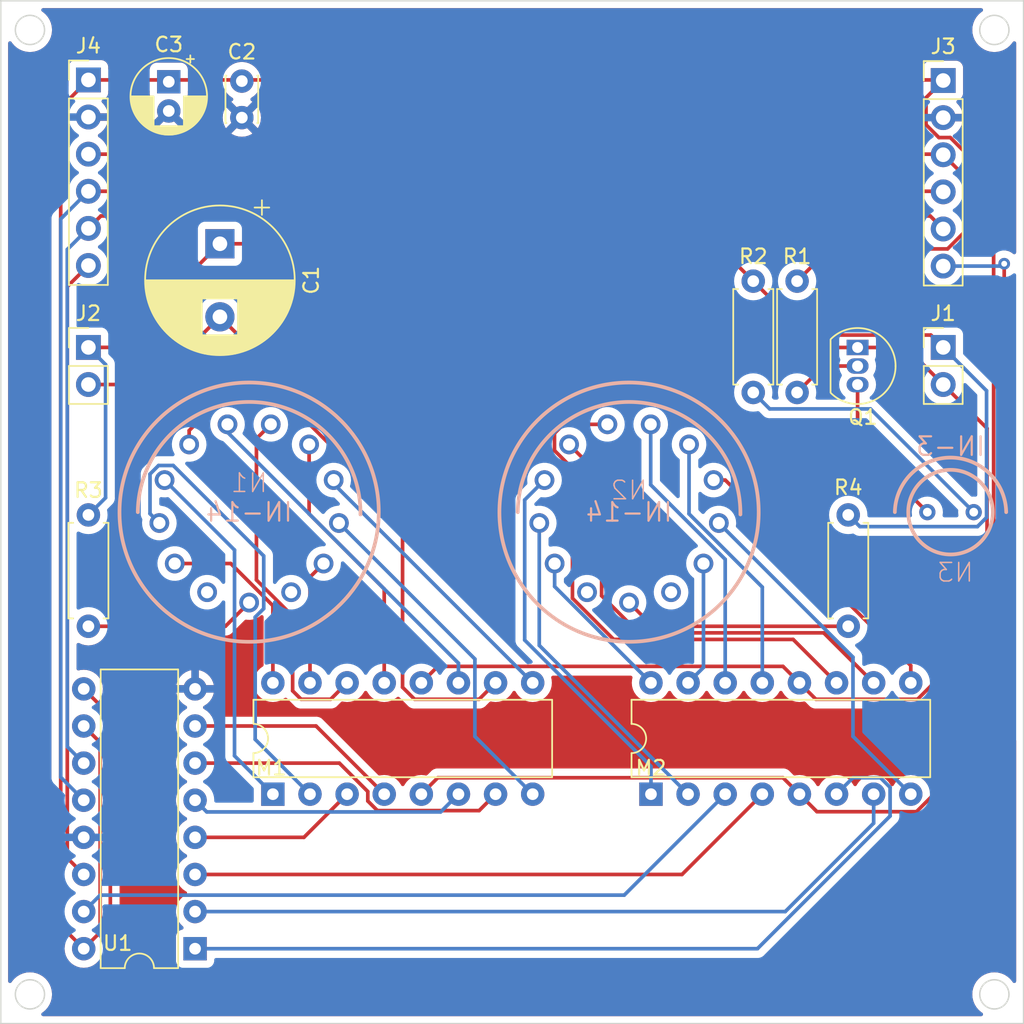
<source format=kicad_pcb>
(kicad_pcb (version 20211014) (generator pcbnew)
  (title_block (title "Nixie Clock 2 Digit IN-14 Panel") (date "2022-12-21") (rev "1.0"))
  (layers (0 "F.Cu" signal) (31 "B.Cu" signal) (34 "B.Paste" user) (35 "F.Paste" user) (36 "B.SilkS" user "B.Silkscreen") (37 "F.SilkS" user "F.Silkscreen") (38 "B.Mask" user) (39 "F.Mask" user) (44 "Edge.Cuts" user))
  (net 0 "")
  (net 1 "+180V")
  (net 2 "GND1")
  (net 3 "GND")
  (net 4 "VCC")
  (net 5 "/NBLB{slash}INS1{slash}IN3")
  (net 6 "/RCLK")
  (net 7 "/SRCLK")
  (net 8 "/SEROUT")
  (net 9 "/SERIN")
  (net 10 "Net-(M1-Pad1)")
  (net 11 "Net-(M1-Pad2)")
  (net 12 "/QE")
  (net 13 "/QH")
  (net 14 "/QF")
  (net 15 "/QG")
  (net 16 "Net-(M1-Pad8)")
  (net 17 "Net-(M1-Pad9)")
  (net 18 "Net-(M1-Pad10)")
  (net 19 "Net-(M1-Pad11)")
  (net 20 "Net-(M1-Pad13)")
  (net 21 "Net-(M1-Pad14)")
  (net 22 "Net-(M1-Pad15)")
  (net 23 "Net-(M1-Pad16)")
  (net 24 "Net-(M2-Pad1)")
  (net 25 "Net-(M2-Pad2)")
  (net 26 "/QA")
  (net 27 "/QD")
  (net 28 "/QB")
  (net 29 "/QC")
  (net 30 "Net-(M2-Pad8)")
  (net 31 "Net-(M2-Pad9)")
  (net 32 "Net-(M2-Pad10)")
  (net 33 "Net-(M2-Pad11)")
  (net 34 "Net-(M2-Pad13)")
  (net 35 "Net-(M2-Pad14)")
  (net 36 "Net-(M2-Pad15)")
  (net 37 "Net-(M2-Pad16)")
  (net 40 "Net-(N1-PadA)")
  (net 43 "Net-(N2-PadA)")
  (net 44 "Net-(N3-PadK)")
  (net 45 "Net-(N3-PadA)")
  (net 46 "Net-(Q1-Pad2)")
  (footprint "Resistor_THT:R_Axial_DIN0207_L6.3mm_D2.5mm_P7.62mm_Horizontal" (layer "F.Cu") (at 163 112.81 90)
    (fp_text reference "R4" (at 9.5 0) (layer "F.SilkS"))
    (fp_text value "15k")
    (pad "1" thru_hole circle (at 0 0 90) (size 1.6 1.6) (drill 0.8) (layers *.Cu *.Mask) (net 43 "Net-(N2-PadA)"))
    (pad "2" thru_hole oval (at 7.62 0 90) (size 1.6 1.6) (drill 0.8) (layers *.Cu *.Mask) (net 1 "+180V"))
  )
  (footprint "Connector_PinHeader_2.54mm:PinHeader_1x02_P2.54mm_Vertical" (layer "F.Cu") (at 111 93.725)
    (fp_text reference "J2" (at 0 -2.33) (layer "F.SilkS"))
    (fp_text value "HV IN")
    (pad "1" thru_hole rect (at 0 0) (size 1.7 1.7) (drill 1) (layers *.Cu *.Mask) (net 1 "+180V"))
    (pad "2" thru_hole oval (at 0 2.54) (size 1.7 1.7) (drill 1) (layers *.Cu *.Mask) (net 2 "GND1"))
  )
  (footprint "Package_DIP:DIP-16_W7.62mm" (layer "F.Cu") (at 118.3 134.875 180)
    (fp_text reference "U1" (at 5.3 0.375 180) (layer "F.SilkS"))
    (fp_text value "74HC595")
    (pad "1" thru_hole rect (at 0 0 180) (size 1.6 1.6) (drill 0.8) (layers *.Cu *.Mask) (net 28 "/QB"))
    (pad "2" thru_hole oval (at 0 2.54 180) (size 1.6 1.6) (drill 0.8) (layers *.Cu *.Mask) (net 29 "/QC"))
    (pad "3" thru_hole oval (at 0 5.08 180) (size 1.6 1.6) (drill 0.8) (layers *.Cu *.Mask) (net 27 "/QD"))
    (pad "4" thru_hole oval (at 0 7.62 180) (size 1.6 1.6) (drill 0.8) (layers *.Cu *.Mask) (net 12 "/QE"))
    (pad "5" thru_hole oval (at 0 10.16 180) (size 1.6 1.6) (drill 0.8) (layers *.Cu *.Mask) (net 14 "/QF"))
    (pad "6" thru_hole oval (at 0 12.7 180) (size 1.6 1.6) (drill 0.8) (layers *.Cu *.Mask) (net 15 "/QG"))
    (pad "7" thru_hole oval (at 0 15.24 180) (size 1.6 1.6) (drill 0.8) (layers *.Cu *.Mask) (net 13 "/QH"))
    (pad "8" thru_hole oval (at 0 17.78 180) (size 1.6 1.6) (drill 0.8) (layers *.Cu *.Mask) (net 3 "GND"))
    (pad "9" thru_hole oval (at 7.62 17.78 180) (size 1.6 1.6) (drill 0.8) (layers *.Cu *.Mask) (net 8 "/SEROUT"))
    (pad "10" thru_hole oval (at 7.62 15.24 180) (size 1.6 1.6) (drill 0.8) (layers *.Cu *.Mask) (net 4 "VCC"))
    (pad "11" thru_hole oval (at 7.62 12.7 180) (size 1.6 1.6) (drill 0.8) (layers *.Cu *.Mask) (net 7 "/SRCLK"))
    (pad "12" thru_hole oval (at 7.62 10.16 180) (size 1.6 1.6) (drill 0.8) (layers *.Cu *.Mask) (net 6 "/RCLK"))
    (pad "13" thru_hole oval (at 7.62 7.62 180) (size 1.6 1.6) (drill 0.8) (layers *.Cu *.Mask) (net 3 "GND"))
    (pad "14" thru_hole oval (at 7.62 5.08 180) (size 1.6 1.6) (drill 0.8) (layers *.Cu *.Mask) (net 9 "/SERIN"))
    (pad "15" thru_hole oval (at 7.62 2.54 180) (size 1.6 1.6) (drill 0.8) (layers *.Cu *.Mask) (net 26 "/QA"))
    (pad "16" thru_hole oval (at 7.62 0 180) (size 1.6 1.6) (drill 0.8) (layers *.Cu *.Mask) (net 4 "VCC"))
  )
  (footprint "Package_TO_SOT_THT:TO-92_Inline" (layer "F.Cu") (at 163.64 93.73 -90)
    (fp_text reference "Q1" (at 4.77 -0.36) (layer "F.SilkS"))
    (fp_text value "MPSA42")
    (pad "1" thru_hole rect (at 0 0 270) (size 1.05 1.5) (drill 0.75) (layers *.Cu *.Mask) (net 2 "GND1"))
    (pad "2" thru_hole oval (at 1.27 0 270) (size 1.05 1.5) (drill 0.75) (layers *.Cu *.Mask) (net 46 "Net-(Q1-Pad2)"))
    (pad "3" thru_hole oval (at 2.54 0 270) (size 1.05 1.5) (drill 0.75) (layers *.Cu *.Mask) (net 44 "Net-(N3-PadK)"))
  )
  (footprint "Capacitor_THT:CP_Radial_D10.0mm_P5.00mm" (layer "F.Cu") (at 120 86.632323 -90)
    (fp_text reference "C1" (at 2.5 -6.25 90) (layer "F.SilkS"))
    (fp_text value "10uF")
    (pad "1" thru_hole rect (at 0 0 270) (size 2 2) (drill 1) (layers *.Cu *.Mask) (net 1 "+180V"))
    (pad "2" thru_hole circle (at 5 0 270) (size 2 2) (drill 1) (layers *.Cu *.Mask) (net 2 "GND1"))
  )
  (footprint "Connector_PinHeader_2.54mm:PinHeader_1x06_P2.54mm_Vertical" (layer "F.Cu") (at 169.5 75.46)
    (fp_text reference "J3" (at 0 -2.33) (layer "F.SilkS"))
    (fp_text value "MCUOUT")
    (pad "1" thru_hole rect (at 0 0) (size 1.7 1.7) (drill 1) (layers *.Cu *.Mask) (net 4 "VCC"))
    (pad "2" thru_hole oval (at 0 2.54) (size 1.7 1.7) (drill 1) (layers *.Cu *.Mask) (net 3 "GND"))
    (pad "3" thru_hole oval (at 0 5.08) (size 1.7 1.7) (drill 1) (layers *.Cu *.Mask) (net 5 "/NBLB{slash}INS1{slash}IN3"))
    (pad "4" thru_hole oval (at 0 7.62) (size 1.7 1.7) (drill 1) (layers *.Cu *.Mask) (net 6 "/RCLK"))
    (pad "5" thru_hole oval (at 0 10.16) (size 1.7 1.7) (drill 1) (layers *.Cu *.Mask) (net 7 "/SRCLK"))
    (pad "6" thru_hole oval (at 0 12.7) (size 1.7 1.7) (drill 1) (layers *.Cu *.Mask) (net 8 "/SEROUT"))
  )
  (footprint "Capacitor_THT:C_Disc_D3.0mm_W2.0mm_P2.50mm" (layer "F.Cu") (at 121.5 78 90)
    (fp_text reference "C2" (at 4.5 0 180) (layer "F.SilkS"))
    (fp_text value "100nF")
    (pad "1" thru_hole circle (at 0 0 90) (size 1.6 1.6) (drill 0.8) (layers *.Cu *.Mask) (net 3 "GND"))
    (pad "2" thru_hole circle (at 2.5 0 90) (size 1.6 1.6) (drill 0.8) (layers *.Cu *.Mask) (net 4 "VCC"))
  )
  (footprint "Resistor_THT:R_Axial_DIN0207_L6.3mm_D2.5mm_P7.62mm_Horizontal" (layer "F.Cu") (at 159.5 89.19 -90)
    (fp_text reference "R1" (at -1.69 0 180) (layer "F.SilkS"))
    (fp_text value "4k7")
    (pad "1" thru_hole circle (at 0 0 270) (size 1.6 1.6) (drill 0.8) (layers *.Cu *.Mask) (net 5 "/NBLB{slash}INS1{slash}IN3"))
    (pad "2" thru_hole oval (at 7.62 0 270) (size 1.6 1.6) (drill 0.8) (layers *.Cu *.Mask) (net 46 "Net-(Q1-Pad2)"))
  )
  (footprint "Resistor_THT:R_Axial_DIN0207_L6.3mm_D2.5mm_P7.62mm_Horizontal" (layer "F.Cu") (at 156.5 89.19 -90)
    (fp_text reference "R2" (at -1.69 0 180) (layer "F.SilkS"))
    (fp_text value "270k")
    (pad "1" thru_hole circle (at 0 0 270) (size 1.6 1.6) (drill 0.8) (layers *.Cu *.Mask) (net 1 "+180V"))
    (pad "2" thru_hole oval (at 7.62 0 270) (size 1.6 1.6) (drill 0.8) (layers *.Cu *.Mask) (net 45 "Net-(N3-PadA)"))
  )
  (footprint "Connector_PinHeader_2.54mm:PinHeader_1x06_P2.54mm_Vertical" (layer "F.Cu") (at 111 75.42)
    (fp_text reference "J4" (at 0 -2.33) (layer "F.SilkS"))
    (fp_text value "MCUIN")
    (pad "1" thru_hole rect (at 0 0) (size 1.7 1.7) (drill 1) (layers *.Cu *.Mask) (net 4 "VCC"))
    (pad "2" thru_hole oval (at 0 2.54) (size 1.7 1.7) (drill 1) (layers *.Cu *.Mask) (net 3 "GND"))
    (pad "3" thru_hole oval (at 0 5.08) (size 1.7 1.7) (drill 1) (layers *.Cu *.Mask) (net 5 "/NBLB{slash}INS1{slash}IN3"))
    (pad "4" thru_hole oval (at 0 7.62) (size 1.7 1.7) (drill 1) (layers *.Cu *.Mask) (net 6 "/RCLK"))
    (pad "5" thru_hole oval (at 0 10.16) (size 1.7 1.7) (drill 1) (layers *.Cu *.Mask) (net 7 "/SRCLK"))
    (pad "6" thru_hole oval (at 0 12.7) (size 1.7 1.7) (drill 1) (layers *.Cu *.Mask) (net 9 "/SERIN"))
  )
  (footprint "Connector_PinHeader_2.54mm:PinHeader_1x02_P2.54mm_Vertical" (layer "F.Cu") (at 169.5 93.725)
    (fp_text reference "J1" (at 0 -2.33) (layer "F.SilkS"))
    (fp_text value "HVOUT")
    (pad "1" thru_hole rect (at 0 0) (size 1.7 1.7) (drill 1) (layers *.Cu *.Mask) (net 1 "+180V"))
    (pad "2" thru_hole oval (at 0 2.54) (size 1.7 1.7) (drill 1) (layers *.Cu *.Mask) (net 2 "GND1"))
  )
  (footprint "Resistor_THT:R_Axial_DIN0207_L6.3mm_D2.5mm_P7.62mm_Horizontal" (layer "F.Cu") (at 111 112.81 90)
    (fp_text reference "R3" (at 9.31 0 180) (layer "F.SilkS"))
    (fp_text value "15k")
    (pad "1" thru_hole circle (at 0 0 90) (size 1.6 1.6) (drill 0.8) (layers *.Cu *.Mask) (net 40 "Net-(N1-PadA)"))
    (pad "2" thru_hole oval (at 7.62 0 90) (size 1.6 1.6) (drill 0.8) (layers *.Cu *.Mask) (net 1 "+180V"))
  )
  (footprint "Capacitor_THT:CP_Radial_D5.0mm_P2.00mm" (layer "F.Cu") (at 116.5 75.544888 -90)
    (fp_text reference "C3" (at -2.544888 0 180) (layer "F.SilkS"))
    (fp_text value "1uF")
    (pad "1" thru_hole rect (at 0 0 270) (size 1.6 1.6) (drill 0.8) (layers *.Cu *.Mask) (net 4 "VCC"))
    (pad "2" thru_hole circle (at 2 0 270) (size 1.6 1.6) (drill 0.8) (layers *.Cu *.Mask) (net 3 "GND"))
  )
  (footprint "Package_DIP:DIP-16_W7.62mm" (layer "F.Cu") (at 149.5 124.3 90)
    (fp_text reference "M2" (at 1.8 0) (layer "F.SilkS"))
    (fp_text value "74141DIP16")
    (pad "1" thru_hole rect (at 0 0 90) (size 1.6 1.6) (drill 0.8) (layers *.Cu *.Mask) (net 24 "Net-(M2-Pad1)"))
    (pad "2" thru_hole oval (at 0 2.54 90) (size 1.6 1.6) (drill 0.8) (layers *.Cu *.Mask) (net 25 "Net-(M2-Pad2)"))
    (pad "3" thru_hole oval (at 0 5.08 90) (size 1.6 1.6) (drill 0.8) (layers *.Cu *.Mask) (net 26 "/QA"))
    (pad "4" thru_hole oval (at 0 7.62 90) (size 1.6 1.6) (drill 0.8) (layers *.Cu *.Mask) (net 27 "/QD"))
    (pad "5" thru_hole oval (at 0 10.16 90) (size 1.6 1.6) (drill 0.8) (layers *.Cu *.Mask) (net 4 "VCC"))
    (pad "6" thru_hole oval (at 0 12.7 90) (size 1.6 1.6) (drill 0.8) (layers *.Cu *.Mask) (net 28 "/QB"))
    (pad "7" thru_hole oval (at 0 15.24 90) (size 1.6 1.6) (drill 0.8) (layers *.Cu *.Mask) (net 29 "/QC"))
    (pad "8" thru_hole oval (at 0 17.78 90) (size 1.6 1.6) (drill 0.8) (layers *.Cu *.Mask) (net 30 "Net-(M2-Pad8)"))
    (pad "9" thru_hole oval (at 7.62 17.78 90) (size 1.6 1.6) (drill 0.8) (layers *.Cu *.Mask) (net 31 "Net-(M2-Pad9)"))
    (pad "10" thru_hole oval (at 7.62 15.24 90) (size 1.6 1.6) (drill 0.8) (layers *.Cu *.Mask) (net 32 "Net-(M2-Pad10)"))
    (pad "11" thru_hole oval (at 7.62 12.7 90) (size 1.6 1.6) (drill 0.8) (layers *.Cu *.Mask) (net 33 "Net-(M2-Pad11)"))
    (pad "12" thru_hole oval (at 7.62 10.16 90) (size 1.6 1.6) (drill 0.8) (layers *.Cu *.Mask) (net 2 "GND1"))
    (pad "13" thru_hole oval (at 7.62 7.62 90) (size 1.6 1.6) (drill 0.8) (layers *.Cu *.Mask) (net 34 "Net-(M2-Pad13)"))
    (pad "14" thru_hole oval (at 7.62 5.08 90) (size 1.6 1.6) (drill 0.8) (layers *.Cu *.Mask) (net 35 "Net-(M2-Pad14)"))
    (pad "15" thru_hole oval (at 7.62 2.54 90) (size 1.6 1.6) (drill 0.8) (layers *.Cu *.Mask) (net 36 "Net-(M2-Pad15)"))
    (pad "16" thru_hole oval (at 7.62 0 90) (size 1.6 1.6) (drill 0.8) (layers *.Cu *.Mask) (net 37 "Net-(M2-Pad16)"))
  )
  (footprint "Package_DIP:DIP-16_W7.62mm" (layer "F.Cu") (at 123.625 124.3 90)
    (fp_text reference "M1" (at 1.8 -0.125) (layer "F.SilkS"))
    (fp_text value "74141DIP16")
    (pad "1" thru_hole rect (at 0 0 90) (size 1.6 1.6) (drill 0.8) (layers *.Cu *.Mask) (net 10 "Net-(M1-Pad1)"))
    (pad "2" thru_hole oval (at 0 2.54 90) (size 1.6 1.6) (drill 0.8) (layers *.Cu *.Mask) (net 11 "Net-(M1-Pad2)"))
    (pad "3" thru_hole oval (at 0 5.08 90) (size 1.6 1.6) (drill 0.8) (layers *.Cu *.Mask) (net 12 "/QE"))
    (pad "4" thru_hole oval (at 0 7.62 90) (size 1.6 1.6) (drill 0.8) (layers *.Cu *.Mask) (net 13 "/QH"))
    (pad "5" thru_hole oval (at 0 10.16 90) (size 1.6 1.6) (drill 0.8) (layers *.Cu *.Mask) (net 4 "VCC"))
    (pad "6" thru_hole oval (at 0 12.7 90) (size 1.6 1.6) (drill 0.8) (layers *.Cu *.Mask) (net 14 "/QF"))
    (pad "7" thru_hole oval (at 0 15.24 90) (size 1.6 1.6) (drill 0.8) (layers *.Cu *.Mask) (net 15 "/QG"))
    (pad "8" thru_hole oval (at 0 17.78 90) (size 1.6 1.6) (drill 0.8) (layers *.Cu *.Mask) (net 16 "Net-(M1-Pad8)"))
    (pad "9" thru_hole oval (at 7.62 17.78 90) (size 1.6 1.6) (drill 0.8) (layers *.Cu *.Mask) (net 17 "Net-(M1-Pad9)"))
    (pad "10" thru_hole oval (at 7.62 15.24 90) (size 1.6 1.6) (drill 0.8) (layers *.Cu *.Mask) (net 18 "Net-(M1-Pad10)"))
    (pad "11" thru_hole oval (at 7.62 12.7 90) (size 1.6 1.6) (drill 0.8) (layers *.Cu *.Mask) (net 19 "Net-(M1-Pad11)"))
    (pad "12" thru_hole oval (at 7.62 10.16 90) (size 1.6 1.6) (drill 0.8) (layers *.Cu *.Mask) (net 2 "GND1"))
    (pad "13" thru_hole oval (at 7.62 7.62 90) (size 1.6 1.6) (drill 0.8) (layers *.Cu *.Mask) (net 20 "Net-(M1-Pad13)"))
    (pad "14" thru_hole oval (at 7.62 5.08 90) (size 1.6 1.6) (drill 0.8) (layers *.Cu *.Mask) (net 21 "Net-(M1-Pad14)"))
    (pad "15" thru_hole oval (at 7.62 2.54 90) (size 1.6 1.6) (drill 0.8) (layers *.Cu *.Mask) (net 22 "Net-(M1-Pad15)"))
    (pad "16" thru_hole oval (at 7.62 0 90) (size 1.6 1.6) (drill 0.8) (layers *.Cu *.Mask) (net 23 "Net-(M1-Pad16)"))
  )
  (footprint "nixies-us:nixies-us-IN-3" (layer "B.Cu") (at 170 105 180)
    (fp_text reference "N3" (at -0.3175 -4.1275) (layer "B.SilkS") (effects (font (size 1.27 1.27) (thickness 0.1016)) (justify mirror)))
    (fp_text value "IN-3" (at -0.001068 4.5) (layer "B.SilkS") (effects (font (size 1.27 1.27)) (justify mirror)))
    (pad "A" thru_hole circle (at -1.5875 0 180) (size 1.10744 1.10744) (drill 0.59944) (layers *.Cu *.Mask) (net 45 "Net-(N3-PadA)"))
    (pad "K" thru_hole circle (at 1.5875 0 180) (size 1.10744 1.10744) (drill 0.59944) (layers *.Cu *.Mask) (net 44 "Net-(N3-PadK)"))
  )
  (footprint "nixies-us:nixies-us-IN-14" (layer "B.Cu") (at 122 105 180)
    (fp_text reference "N1" (at 0 2 180) (layer "B.SilkS") (effects (font (size 1.27 1.27) (thickness 0.1016)) (justify mirror)))
    (fp_text value "IN-14" (at 0 0) (layer "B.SilkS") (effects (font (size 1.27 1.27)) (justify mirror)))
    (pad "0" thru_hole circle (at 5.0927 -3.51536 180) (size 1.3462 1.3462) (drill 0.8382) (layers *.Cu *.Mask) (net 23 "Net-(M1-Pad16)"))
    (pad "1" thru_hole circle (at -5.0927 -3.51536 180) (size 1.3462 1.3462) (drill 0.8382) (layers *.Cu *.Mask) (net 22 "Net-(M1-Pad15)"))
    (pad "2" thru_hole circle (at -6.14426 -0.74422 180) (size 1.3462 1.3462) (drill 0.8382) (layers *.Cu *.Mask) (net 16 "Net-(M1-Pad8)"))
    (pad "3" thru_hole circle (at -5.78612 2.19456 180) (size 1.3462 1.3462) (drill 0.8382) (layers *.Cu *.Mask) (net 17 "Net-(M1-Pad9)"))
    (pad "4" thru_hole circle (at -4.10464 4.63296 180) (size 1.3462 1.3462) (drill 0.8382) (layers *.Cu *.Mask) (net 20 "Net-(M1-Pad13)"))
    (pad "5" thru_hole circle (at -1.48082 6.00964 180) (size 1.3462 1.3462) (drill 0.8382) (layers *.Cu *.Mask) (net 21 "Net-(M1-Pad14)"))
    (pad "6" thru_hole circle (at 1.48082 6.00964 180) (size 1.3462 1.3462) (drill 0.8382) (layers *.Cu *.Mask) (net 19 "Net-(M1-Pad11)"))
    (pad "7" thru_hole circle (at 4.10464 4.63296 180) (size 1.3462 1.3462) (drill 0.8382) (layers *.Cu *.Mask) (net 18 "Net-(M1-Pad10)"))
    (pad "8" thru_hole circle (at 5.78612 2.19456 180) (size 1.3462 1.3462) (drill 0.8382) (layers *.Cu *.Mask) (net 10 "Net-(M1-Pad1)"))
    (pad "9" thru_hole circle (at 6.14426 -0.74422 180) (size 1.3462 1.3462) (drill 0.8382) (layers *.Cu *.Mask) (net 11 "Net-(M1-Pad2)"))
    (pad "A" thru_hole circle (at 0 -6.18744 180) (size 1.3462 1.3462) (drill 0.8382) (layers *.Cu *.Mask) (net 40 "Net-(N1-PadA)"))
    (pad "LHDP" thru_hole circle (at 2.87528 -5.47878 180) (size 1.3462 1.3462) (drill 0.8382) (layers *.Cu *.Mask))
    (pad "RHDP" thru_hole circle (at -2.87528 -5.47878 180) (size 1.3462 1.3462) (drill 0.8382) (layers *.Cu *.Mask))
  )
  (footprint "nixies-us:nixies-us-IN-14" (layer "B.Cu") (at 148 105 180)
    (fp_text reference "N2" (at 0 1.5 180) (layer "B.SilkS") (effects (font (size 1.27 1.27) (thickness 0.1016)) (justify mirror)))
    (fp_text value "IN-14" (at 0 0) (layer "B.SilkS") (effects (font (size 1.27 1.27)) (justify mirror)))
    (pad "0" thru_hole circle (at 5.0927 -3.51536 180) (size 1.3462 1.3462) (drill 0.8382) (layers *.Cu *.Mask) (net 37 "Net-(M2-Pad16)"))
    (pad "1" thru_hole circle (at -5.0927 -3.51536 180) (size 1.3462 1.3462) (drill 0.8382) (layers *.Cu *.Mask) (net 36 "Net-(M2-Pad15)"))
    (pad "2" thru_hole circle (at -6.14426 -0.74422 180) (size 1.3462 1.3462) (drill 0.8382) (layers *.Cu *.Mask) (net 30 "Net-(M2-Pad8)"))
    (pad "3" thru_hole circle (at -5.78612 2.19456 180) (size 1.3462 1.3462) (drill 0.8382) (layers *.Cu *.Mask) (net 31 "Net-(M2-Pad9)"))
    (pad "4" thru_hole circle (at -4.10464 4.63296 180) (size 1.3462 1.3462) (drill 0.8382) (layers *.Cu *.Mask) (net 34 "Net-(M2-Pad13)"))
    (pad "5" thru_hole circle (at -1.48082 6.00964 180) (size 1.3462 1.3462) (drill 0.8382) (layers *.Cu *.Mask) (net 35 "Net-(M2-Pad14)"))
    (pad "6" thru_hole circle (at 1.48082 6.00964 180) (size 1.3462 1.3462) (drill 0.8382) (layers *.Cu *.Mask) (net 33 "Net-(M2-Pad11)"))
    (pad "7" thru_hole circle (at 4.10464 4.63296 180) (size 1.3462 1.3462) (drill 0.8382) (layers *.Cu *.Mask) (net 32 "Net-(M2-Pad10)"))
    (pad "8" thru_hole circle (at 5.78612 2.19456 180) (size 1.3462 1.3462) (drill 0.8382) (layers *.Cu *.Mask) (net 24 "Net-(M2-Pad1)"))
    (pad "9" thru_hole circle (at 6.14426 -0.74422 180) (size 1.3462 1.3462) (drill 0.8382) (layers *.Cu *.Mask) (net 25 "Net-(M2-Pad2)"))
    (pad "A" thru_hole circle (at 0 -6.18744 180) (size 1.3462 1.3462) (drill 0.8382) (layers *.Cu *.Mask) (net 43 "Net-(N2-PadA)"))
    (pad "LHDP" thru_hole circle (at 2.87528 -5.47878 180) (size 1.3462 1.3462) (drill 0.8382) (layers *.Cu *.Mask))
    (pad "RHDP" thru_hole circle (at -2.87528 -5.47878 180) (size 1.3462 1.3462) (drill 0.8382) (layers *.Cu *.Mask))
  )
  (gr_circle (center 107 72) (end 106 72) (layer "Edge.Cuts") (width 0.1) (fill none))
  (gr_circle (center 173 138) (end 174 138) (layer "Edge.Cuts") (width 0.1) (fill none))
  (gr_rect (start 105 70) (end 175 140) (layer "Edge.Cuts") (width 0.1) (fill none))
  (gr_circle (center 173 72) (end 174 72) (layer "Edge.Cuts") (width 0.1) (fill none))
  (gr_circle (center 107 138) (end 106 138) (layer "Edge.Cuts") (width 0.1) (fill none))
  (gr_text "IN-14\nv1.0" (at 168.5 133) (layer "F.Cu") (effects (font (size 1.5 1.5) (thickness 0.3))))
  (segment (start 153.942323 86.632323) (end 156.5 89.19) (width 0.25) (layer "F.Cu") (net 1))
  (segment (start 120 86.632323) (end 153.942323 86.632323) (width 0.25) (layer "F.Cu") (net 1))
  (segment (start 111 93.725) (end 112.907323 93.725) (width 0.25) (layer "F.Cu") (net 1))
  (segment (start 168.655 92.88) (end 169.5 93.725) (width 0.25) (layer "F.Cu") (net 1))
  (segment (start 156.5 89.19) (end 160.19 92.88) (width 0.25) (layer "F.Cu") (net 1))
  (segment (start 112.907323 93.725) (end 120 86.632323) (width 0.25) (layer "F.Cu") (net 1))
  (segment (start 160.19 92.88) (end 168.655 92.88) (width 0.25) (layer "F.Cu") (net 1))
  (segment (start 171.840199 105.989999) (end 172.46622 105.363978) (width 0.25) (layer "B.Cu") (net 1))
  (segment (start 163.799999 105.989999) (end 171.840199 105.989999) (width 0.25) (layer "B.Cu") (net 1))
  (segment (start 172.46622 105.363978) (end 172.46622 96.69122) (width 0.25) (layer "B.Cu") (net 1))
  (segment (start 172.46622 96.69122) (end 169.5 93.725) (width 0.25) (layer "B.Cu") (net 1))
  (segment (start 169.275 93.725) (end 169.5 93.725) (width 0.25) (layer "B.Cu") (net 1))
  (segment (start 112.175 94.9) (end 111 93.725) (width 0.25) (layer "B.Cu") (net 1))
  (segment (start 111 105.19) (end 112.175 104.015) (width 0.25) (layer "B.Cu") (net 1))
  (segment (start 112.175 104.015) (end 112.175 94.9) (width 0.25) (layer "B.Cu") (net 1))
  (segment (start 163 105.19) (end 163.799999 105.989999) (width 0.25) (layer "B.Cu") (net 1))
  (segment (start 158.535 115.555) (end 134.91 115.555) (width 0.25) (layer "F.Cu") (net 2))
  (segment (start 120 91.632323) (end 122.097677 93.73) (width 0.25) (layer "F.Cu") (net 2))
  (segment (start 172.5 113.050991) (end 167.745991 117.805) (width 0.25) (layer "F.Cu") (net 2))
  (segment (start 134.91 115.555) (end 133.785 116.68) (width 0.25) (layer "F.Cu") (net 2))
  (segment (start 122.097677 93.73) (end 163.64 93.73) (width 0.25) (layer "F.Cu") (net 2))
  (segment (start 111 96.265) (end 115.367323 96.265) (width 0.25) (layer "F.Cu") (net 2))
  (segment (start 115.367323 96.265) (end 120 91.632323) (width 0.25) (layer "F.Cu") (net 2))
  (segment (start 167.745991 117.805) (end 160.785 117.805) (width 0.25) (layer "F.Cu") (net 2))
  (segment (start 160.785 117.805) (end 159.66 116.68) (width 0.25) (layer "F.Cu") (net 2))
  (segment (start 159.66 116.68) (end 158.535 115.555) (width 0.25) (layer "F.Cu") (net 2))
  (segment (start 163.64 93.73) (end 166.965 93.73) (width 0.25) (layer "F.Cu") (net 2))
  (segment (start 169.5 96.265) (end 172.5 99.265) (width 0.25) (layer "F.Cu") (net 2))
  (segment (start 172.5 99.265) (end 172.5 113.050991) (width 0.25) (layer "F.Cu") (net 2))
  (segment (start 166.965 93.73) (end 169.5 96.265) (width 0.25) (layer "F.Cu") (net 2))
  (segment (start 168.325 78.486701) (end 169.203299 79.365) (width 0.25) (layer "F.Cu") (net 4))
  (segment (start 160.86 125.5) (end 159.66 124.3) (width 0.25) (layer "F.Cu") (net 4))
  (segment (start 111 75.42) (end 109.105 77.315) (width 0.25) (layer "F.Cu") (net 4))
  (segment (start 169.203299 79.365) (end 169.986701 79.365) (width 0.25) (layer "F.Cu") (net 4))
  (segment (start 169.986701 79.365) (end 172.95 82.328299) (width 0.25) (layer "F.Cu") (net 4))
  (segment (start 169.46 75.42) (end 169.5 75.46) (width 0.25) (layer "F.Cu") (net 4))
  (segment (start 111.805 120.76) (end 110.68 119.635) (width 0.25) (layer "F.Cu") (net 4))
  (segment (start 134.91 123.175) (end 133.785 124.3) (width 0.25) (layer "F.Cu") (net 4))
  (segment (start 168.325 76.635) (end 168.325 78.486701) (width 0.25) (layer "F.Cu") (net 4))
  (segment (start 159.66 124.3) (end 158.535 123.175) (width 0.25) (layer "F.Cu") (net 4))
  (segment (start 111.805 133.75) (end 111.805 120.76) (width 0.25) (layer "F.Cu") (net 4))
  (segment (start 169.5 75.46) (end 168.325 76.635) (width 0.25) (layer "F.Cu") (net 4))
  (segment (start 109.105 77.315) (end 109.105 133.3) (width 0.25) (layer "F.Cu") (net 4))
  (segment (start 109.105 133.3) (end 110.68 134.875) (width 0.25) (layer "F.Cu") (net 4))
  (segment (start 172.95 82.328299) (end 172.95 120.220991) (width 0.25) (layer "F.Cu") (net 4))
  (segment (start 111 75.42) (end 169.46 75.42) (width 0.25) (layer "F.Cu") (net 4))
  (segment (start 172.95 120.220991) (end 167.670991 125.5) (width 0.25) (layer "F.Cu") (net 4))
  (segment (start 110.68 134.875) (end 111.805 133.75) (width 0.25) (layer "F.Cu") (net 4))
  (segment (start 158.535 123.175) (end 134.91 123.175) (width 0.25) (layer "F.Cu") (net 4))
  (segment (start 167.670991 125.5) (end 160.86 125.5) (width 0.25) (layer "F.Cu") (net 4))
  (segment (start 169.46 80.5) (end 169.5 80.54) (width 0.25) (layer "F.Cu") (net 5))
  (segment (start 171 85.781701) (end 171 82.04) (width 0.25) (layer "F.Cu") (net 5))
  (segment (start 161.705 86.985) (end 169.796701 86.985) (width 0.25) (layer "F.Cu") (net 5))
  (segment (start 171 82.04) (end 169.5 80.54) (width 0.25) (layer "F.Cu") (net 5))
  (segment (start 169.796701 86.985) (end 171 85.781701) (width 0.25) (layer "F.Cu") (net 5))
  (segment (start 159.5 89.19) (end 161.705 86.985) (width 0.25) (layer "F.Cu") (net 5))
  (segment (start 111 80.5) (end 169.46 80.5) (width 0.25) (layer "F.Cu") (net 5))
  (segment (start 169.46 83.04) (end 169.5 83.08) (width 0.25) (layer "F.Cu") (net 6))
  (segment (start 111 83.04) (end 169.46 83.04) (width 0.25) (layer "F.Cu") (net 6))
  (segment (start 109.105 123.14) (end 110.68 124.715) (width 0.25) (layer "B.Cu") (net 6))
  (segment (start 111 83.04) (end 109.105 84.935) (width 0.25) (layer "B.Cu") (net 6))
  (segment (start 109.105 84.935) (end 109.105 123.14) (width 0.25) (layer "B.Cu") (net 6))
  (segment (start 111.85 84.73) (end 168.61 84.73) (width 0.25) (layer "F.Cu") (net 7))
  (segment (start 168.61 84.73) (end 169.5 85.62) (width 0.25) (layer "F.Cu") (net 7))
  (segment (start 111 85.58) (end 111.85 84.73) (width 0.25) (layer "F.Cu") (net 7))
  (segment (start 109.555 121.05) (end 110.68 122.175) (width 0.25) (layer "B.Cu") (net 7))
  (segment (start 109.555 87.025) (end 109.555 121.05) (width 0.25) (layer "B.Cu") (net 7))
  (segment (start 111 85.58) (end 109.555 87.025) (width 0.25) (layer "B.Cu") (net 7))
  (segment (start 112.5 118.915) (end 112.5 137) (width 0.25) (layer "F.Cu") (net 8))
  (segment (start 110.68 117.095) (end 112.5 118.915) (width 0.25) (layer "F.Cu") (net 8))
  (segment (start 157 137) (end 173 121) (width 0.25) (layer "F.Cu") (net 8))
  (segment (start 173.6745 120.3255) (end 173.6745 88) (width 0.25) (layer "F.Cu") (net 8))
  (segment (start 173 121) (end 173.6745 120.3255) (width 0.25) (layer "F.Cu") (net 8))
  (segment (start 112.5 137) (end 157 137) (width 0.25) (layer "F.Cu") (net 8))
  (via (at 173.6745 88) (size 0.8) (drill 0.4) (layers "F.Cu" "B.Cu") (net 8))
  (segment (start 173.5145 88.16) (end 169.5 88.16) (width 0.25) (layer "B.Cu") (net 8))
  (segment (start 173.6745 88) (end 173.5145 88.16) (width 0.25) (layer "B.Cu") (net 8))
  (segment (start 109.555 89.565) (end 109.555 128.67) (width 0.25) (layer "F.Cu") (net 9))
  (segment (start 109.555 128.67) (end 110.68 129.795) (width 0.25) (layer "F.Cu") (net 9))
  (segment (start 111 88.12) (end 109.555 89.565) (width 0.25) (layer "F.Cu") (net 9))
  (segment (start 116.21388 102.80544) (end 121 107.59156) (width 0.25) (layer "B.Cu") (net 10))
  (segment (start 121 121.675) (end 123.625 124.3) (width 0.25) (layer "B.Cu") (net 10))
  (segment (start 121 107.59156) (end 121 121.675) (width 0.25) (layer "B.Cu") (net 10))
  (segment (start 115.21578 102.392013) (end 115.21578 105.10426) (width 0.25) (layer "B.Cu") (net 11))
  (segment (start 126.165 124.3) (end 122.413427 120.548427) (width 0.25) (layer "B.Cu") (net 11))
  (segment (start 122.413427 120.548427) (end 122.413427 112.18554) (width 0.25) (layer "B.Cu") (net 11))
  (segment (start 122.413427 112.18554) (end 122.9981 111.600867) (width 0.25) (layer "B.Cu") (net 11))
  (segment (start 122.9981 107.9981) (end 116.80734 101.80734) (width 0.25) (layer "B.Cu") (net 11))
  (segment (start 122.9981 111.600867) (end 122.9981 107.9981) (width 0.25) (layer "B.Cu") (net 11))
  (segment (start 115.21578 105.10426) (end 115.85574 105.74422) (width 0.25) (layer "B.Cu") (net 11))
  (segment (start 116.80734 101.80734) (end 115.800453 101.80734) (width 0.25) (layer "B.Cu") (net 11))
  (segment (start 115.800453 101.80734) (end 115.21578 102.392013) (width 0.25) (layer "B.Cu") (net 11))
  (segment (start 125.75 127.255) (end 128.705 124.3) (width 0.25) (layer "F.Cu") (net 12))
  (segment (start 118.3 127.255) (end 125.75 127.255) (width 0.25) (layer "F.Cu") (net 12))
  (segment (start 126.58 119.635) (end 131.245 124.3) (width 0.25) (layer "F.Cu") (net 13))
  (segment (start 118.3 119.635) (end 126.58 119.635) (width 0.25) (layer "F.Cu") (net 13))
  (segment (start 135.110001 125.514999) (end 136.325 124.3) (width 0.25) (layer "B.Cu") (net 14))
  (segment (start 118.3 124.715) (end 119.099999 125.514999) (width 0.25) (layer "B.Cu") (net 14))
  (segment (start 119.099999 125.514999) (end 135.110001 125.514999) (width 0.25) (layer "B.Cu") (net 14))
  (segment (start 130.12 124.765991) (end 130.779009 125.425) (width 0.25) (layer "F.Cu") (net 15))
  (segment (start 130.12 124.12) (end 130.12 124.765991) (width 0.25) (layer "F.Cu") (net 15))
  (segment (start 130.779009 125.425) (end 137.74 125.425) (width 0.25) (layer "F.Cu") (net 15))
  (segment (start 118.3 122.175) (end 128.175 122.175) (width 0.25) (layer "F.Cu") (net 15))
  (segment (start 128.175 122.175) (end 130.12 124.12) (width 0.25) (layer "F.Cu") (net 15))
  (segment (start 137.74 125.425) (end 138.865 124.3) (width 0.25) (layer "F.Cu") (net 15))
  (segment (start 141.405 124.3) (end 137.45 120.345) (width 0.25) (layer "B.Cu") (net 16))
  (segment (start 137.45 115.04996) (end 128.14426 105.74422) (width 0.25) (layer "B.Cu") (net 16))
  (segment (start 137.45 120.345) (end 137.45 115.04996) (width 0.25) (layer "B.Cu") (net 16))
  (segment (start 141.405 116.68) (end 127.78612 103.06112) (width 0.25) (layer "B.Cu") (net 17))
  (segment (start 127.78612 103.06112) (end 127.78612 102.80544) (width 0.25) (layer "B.Cu") (net 17))
  (segment (start 132.5 105.350873) (end 124.649127 97.5) (width 0.25) (layer "F.Cu") (net 18))
  (segment (start 133.319009 117.805) (end 132.5 116.985991) (width 0.25) (layer "F.Cu") (net 18))
  (segment (start 137.74 117.805) (end 133.319009 117.805) (width 0.25) (layer "F.Cu") (net 18))
  (segment (start 124.649127 97.5) (end 119.810493 97.5) (width 0.25) (layer "F.Cu") (net 18))
  (segment (start 117.89536 99.415133) (end 117.89536 100.36704) (width 0.25) (layer "F.Cu") (net 18))
  (segment (start 138.865 116.68) (end 137.74 117.805) (width 0.25) (layer "F.Cu") (net 18))
  (segment (start 132.5 116.985991) (end 132.5 105.350873) (width 0.25) (layer "F.Cu") (net 18))
  (segment (start 119.810493 97.5) (end 117.89536 99.415133) (width 0.25) (layer "F.Cu") (net 18))
  (segment (start 136.325 115.336487) (end 120.51918 99.530667) (width 0.25) (layer "B.Cu") (net 19))
  (segment (start 120.51918 99.530667) (end 120.51918 98.99036) (width 0.25) (layer "B.Cu") (net 19))
  (segment (start 136.325 116.68) (end 136.325 115.336487) (width 0.25) (layer "B.Cu") (net 19))
  (segment (start 131.245 116.68) (end 131.245 110.256487) (width 0.25) (layer "F.Cu") (net 20))
  (segment (start 126.10464 105.116127) (end 126.10464 100.36704) (width 0.25) (layer "F.Cu") (net 20))
  (segment (start 131.245 110.256487) (end 126.10464 105.116127) (width 0.25) (layer "F.Cu") (net 20))
  (segment (start 128.705 116.68) (end 127.58 117.805) (width 0.25) (layer "F.Cu") (net 21))
  (segment (start 124.97688 117.22688) (end 124.97688 112.116397) (width 0.25) (layer "F.Cu") (net 21))
  (segment (start 125.555 117.805) (end 124.97688 117.22688) (width 0.25) (layer "F.Cu") (net 21))
  (segment (start 127.58 117.805) (end 125.555 117.805) (width 0.25) (layer "F.Cu") (net 21))
  (segment (start 122.5 109.639517) (end 122.5 99.97118) (width 0.25) (layer "F.Cu") (net 21))
  (segment (start 124.97688 112.116397) (end 122.5 109.639517) (width 0.25) (layer "F.Cu") (net 21))
  (segment (start 122.5 99.97118) (end 123.48082 98.99036) (width 0.25) (layer "F.Cu") (net 21))
  (segment (start 126.165 109.44306) (end 127.0927 108.51536) (width 0.25) (layer "F.Cu") (net 22))
  (segment (start 126.165 116.68) (end 126.165 109.44306) (width 0.25) (layer "F.Cu") (net 22))
  (segment (start 120.739447 108.51536) (end 116.9073 108.51536) (width 0.25) (layer "F.Cu") (net 23))
  (segment (start 123.625 111.400913) (end 120.739447 108.51536) (width 0.25) (layer "F.Cu") (net 23))
  (segment (start 123.625 116.68) (end 123.625 111.400913) (width 0.25) (layer "F.Cu") (net 23))
  (segment (start 149.5 122.396396) (end 140.85764 113.754036) (width 0.25) (layer "B.Cu") (net 24))
  (segment (start 149.5 124.3) (end 149.5 122.396396) (width 0.25) (layer "B.Cu") (net 24))
  (segment (start 140.85764 113.754036) (end 140.85764 104.16168) (width 0.25) (layer "B.Cu") (net 24))
  (segment (start 140.85764 104.16168) (end 142.21388 102.80544) (width 0.25) (layer "B.Cu") (net 24))
  (segment (start 152.04 124.3) (end 141.85574 114.11574) (width 0.25) (layer "B.Cu") (net 25))
  (segment (start 141.85574 114.11574) (end 141.85574 105.74422) (width 0.25) (layer "B.Cu") (net 25))
  (segment (start 147.67 131.21) (end 154.58 124.3) (width 0.25) (layer "B.Cu") (net 26))
  (segment (start 111.805 131.21) (end 147.67 131.21) (width 0.25) (layer "B.Cu") (net 26))
  (segment (start 110.68 132.335) (end 111.805 131.21) (width 0.25) (layer "B.Cu") (net 26))
  (segment (start 118.3 129.795) (end 151.625 129.795) (width 0.25) (layer "F.Cu") (net 27))
  (segment (start 151.625 129.795) (end 157.12 124.3) (width 0.25) (layer "F.Cu") (net 27))
  (segment (start 163.325 123.175) (end 162.2 124.3) (width 0.25) (layer "B.Cu") (net 28))
  (segment (start 165.865 123.834009) (end 165.205991 123.175) (width 0.25) (layer "B.Cu") (net 28))
  (segment (start 118.3 134.875) (end 156.786701 134.875) (width 0.25) (layer "B.Cu") (net 28))
  (segment (start 156.786701 134.875) (end 165.865 125.796701) (width 0.25) (layer "B.Cu") (net 28))
  (segment (start 165.205991 123.175) (end 163.325 123.175) (width 0.25) (layer "B.Cu") (net 28))
  (segment (start 165.865 125.796701) (end 165.865 123.834009) (width 0.25) (layer "B.Cu") (net 28))
  (segment (start 118.3 132.335) (end 158.690305 132.335) (width 0.25) (layer "B.Cu") (net 29))
  (segment (start 164.74 126.285305) (end 164.74 124.3) (width 0.25) (layer "B.Cu") (net 29))
  (segment (start 158.690305 132.335) (end 164.74 126.285305) (width 0.25) (layer "B.Cu") (net 29))
  (segment (start 163.325 120.345) (end 167.28 124.3) (width 0.25) (layer "B.Cu") (net 30))
  (segment (start 154.14426 105.74422) (end 163.325 114.92496) (width 0.25) (layer "B.Cu") (net 30))
  (segment (start 163.325 114.92496) (end 163.325 120.345) (width 0.25) (layer "B.Cu") (net 30))
  (segment (start 167.28 115.499009) (end 154.586431 102.80544) (width 0.25) (layer "F.Cu") (net 31))
  (segment (start 154.586431 102.80544) (end 153.78612 102.80544) (width 0.25) (layer "F.Cu") (net 31))
  (segment (start 167.28 116.68) (end 167.28 115.499009) (width 0.25) (layer "F.Cu") (net 31))
  (segment (start 146.12282 110.721787) (end 146.12282 102.5945) (width 0.25) (layer "F.Cu") (net 32))
  (segment (start 146.12282 102.5945) (end 143.89536 100.36704) (width 0.25) (layer "F.Cu") (net 32))
  (segment (start 161.32 113.26) (end 148.661033 113.26) (width 0.25) (layer "F.Cu") (net 32))
  (segment (start 148.661033 113.26) (end 146.12282 110.721787) (width 0.25) (layer "F.Cu") (net 32))
  (segment (start 164.74 116.68) (end 161.32 113.26) (width 0.25) (layer "F.Cu") (net 32))
  (segment (start 142.89726 100.780467) (end 142.89726 99.60274) (width 0.25) (layer "F.Cu") (net 33))
  (segment (start 143.50964 98.99036) (end 146.51918 98.99036) (width 0.25) (layer "F.Cu") (net 33))
  (segment (start 159.23 113.71) (end 146.944413 113.71) (width 0.25) (layer "F.Cu") (net 33))
  (segment (start 142.89726 99.60274) (end 143.50964 98.99036) (width 0.25) (layer "F.Cu") (net 33))
  (segment (start 162.2 116.68) (end 159.23 113.71) (width 0.25) (layer "F.Cu") (net 33))
  (segment (start 146.944413 113.71) (end 144.12662 110.892207) (width 0.25) (layer "F.Cu") (net 33))
  (segment (start 144.12662 102.009827) (end 142.89726 100.780467) (width 0.25) (layer "F.Cu") (net 33))
  (segment (start 144.12662 110.892207) (end 144.12662 102.009827) (width 0.25) (layer "F.Cu") (net 33))
  (segment (start 152.10464 100.36704) (end 152.10464 105.116127) (width 0.25) (layer "B.Cu") (net 34))
  (segment (start 152.10464 105.116127) (end 157.12 110.131487) (width 0.25) (layer "B.Cu") (net 34))
  (segment (start 157.12 110.131487) (end 157.12 116.68) (width 0.25) (layer "B.Cu") (net 34))
  (segment (start 154.58 108.227883) (end 149.48082 103.128703) (width 0.25) (layer "B.Cu") (net 35))
  (segment (start 154.58 116.68) (end 154.58 108.227883) (width 0.25) (layer "B.Cu") (net 35))
  (segment (start 149.48082 103.128703) (end 149.48082 98.99036) (width 0.25) (layer "B.Cu") (net 35))
  (segment (start 153.0927 115.6273) (end 152.04 116.68) (width 0.25) (layer "B.Cu") (net 36))
  (segment (start 153.0927 108.51536) (end 153.0927 115.6273) (width 0.25) (layer "B.Cu") (net 36))
  (segment (start 142.9073 110.0873) (end 142.9073 108.51536) (width 0.25) (layer "B.Cu") (net 37))
  (segment (start 149.5 116.68) (end 142.9073 110.0873) (width 0.25) (layer "B.Cu") (net 37))
  (segment (start 111 112.81) (end 120.37744 112.81) (width 0.25) (layer "F.Cu") (net 40))
  (segment (start 120.37744 112.81) (end 122 111.18744) (width 0.25) (layer "F.Cu") (net 40))
  (segment (start 149.62256 112.81) (end 163 112.81) (width 0.25) (layer "F.Cu") (net 43))
  (segment (start 148 111.18744) (end 149.62256 112.81) (width 0.25) (layer "F.Cu") (net 43))
  (segment (start 163.64 100.2275) (end 168.4125 105) (width 0.25) (layer "F.Cu") (net 44))
  (segment (start 163.64 96.27) (end 163.64 100.2275) (width 0.25) (layer "F.Cu") (net 44))
  (segment (start 171.5875 105) (end 164.5225 97.935) (width 0.25) (layer "B.Cu") (net 45))
  (segment (start 164.5225 97.935) (end 157.625 97.935) (width 0.25) (layer "B.Cu") (net 45))
  (segment (start 157.625 97.935) (end 156.5 96.81) (width 0.25) (layer "B.Cu") (net 45))
  (segment (start 161.31 95) (end 163.64 95) (width 0.25) (layer "F.Cu") (net 46))
  (segment (start 159.5 96.81) (end 161.31 95) (width 0.25) (layer "F.Cu") (net 46))
  (zone (net 3) (net_name "GND") (layers F&B.Cu) (connect_pads (clearance 0.508)) (min_thickness 0.254) (fill yes (thermal_gap 0.508) (thermal_bridge_width 0.508))
    (polygon (pts (xy 175 140) (xy 105 140) (xy 105 70) (xy 175 70)))
  )
)
</source>
